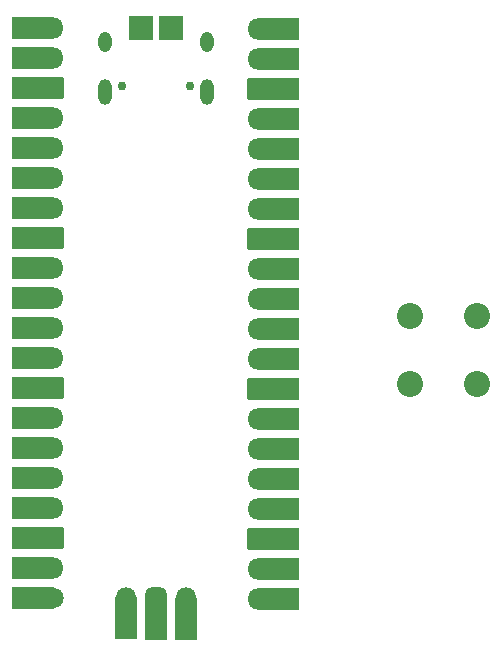
<source format=gbr>
%TF.GenerationSoftware,KiCad,Pcbnew,(6.0.7-1)-1*%
%TF.CreationDate,2022-09-30T15:54:31+08:00*%
%TF.ProjectId,PicoBoot,5069636f-426f-46f7-942e-6b696361645f,REV1*%
%TF.SameCoordinates,Original*%
%TF.FileFunction,Soldermask,Bot*%
%TF.FilePolarity,Negative*%
%FSLAX46Y46*%
G04 Gerber Fmt 4.6, Leading zero omitted, Abs format (unit mm)*
G04 Created by KiCad (PCBNEW (6.0.7-1)-1) date 2022-09-30 15:54:31*
%MOMM*%
%LPD*%
G01*
G04 APERTURE LIST*
G04 Aperture macros list*
%AMRoundRect*
0 Rectangle with rounded corners*
0 $1 Rounding radius*
0 $2 $3 $4 $5 $6 $7 $8 $9 X,Y pos of 4 corners*
0 Add a 4 corners polygon primitive as box body*
4,1,4,$2,$3,$4,$5,$6,$7,$8,$9,$2,$3,0*
0 Add four circle primitives for the rounded corners*
1,1,$1+$1,$2,$3*
1,1,$1+$1,$4,$5*
1,1,$1+$1,$6,$7*
1,1,$1+$1,$8,$9*
0 Add four rect primitives between the rounded corners*
20,1,$1+$1,$2,$3,$4,$5,0*
20,1,$1+$1,$4,$5,$6,$7,0*
20,1,$1+$1,$6,$7,$8,$9,0*
20,1,$1+$1,$8,$9,$2,$3,0*%
G04 Aperture macros list end*
%ADD10O,1.802000X1.802000*%
%ADD11RoundRect,0.476000X0.425000X-0.425000X0.425000X0.425000X-0.425000X0.425000X-0.425000X-0.425000X0*%
%ADD12C,0.752000*%
%ADD13O,1.102000X2.202000*%
%ADD14O,1.102000X1.702000*%
%ADD15C,2.202000*%
%ADD16RoundRect,0.051000X0.850000X-1.750000X0.850000X1.750000X-0.850000X1.750000X-0.850000X-1.750000X0*%
%ADD17RoundRect,0.051000X1.750000X0.850000X-1.750000X0.850000X-1.750000X-0.850000X1.750000X-0.850000X0*%
%ADD18RoundRect,0.051000X0.850000X0.850000X-0.850000X0.850000X-0.850000X-0.850000X0.850000X-0.850000X0*%
%ADD19C,1.802000*%
%ADD20RoundRect,0.051000X-1.750000X-0.850000X1.750000X-0.850000X1.750000X0.850000X-1.750000X0.850000X0*%
%ADD21RoundRect,0.051000X-0.850000X-0.850000X0.850000X-0.850000X0.850000X0.850000X-0.850000X0.850000X0*%
%ADD22RoundRect,0.051000X-1.000000X-1.000000X1.000000X-1.000000X1.000000X1.000000X-1.000000X1.000000X0*%
G04 APERTURE END LIST*
D10*
%TO.C,J5*%
X101100000Y-106900000D03*
D11*
X103640000Y-106900000D03*
D10*
X106180000Y-106900000D03*
%TD*%
D12*
%TO.C,USB1*%
X106540000Y-63475000D03*
X100760000Y-63475000D03*
D13*
X107970000Y-64005000D03*
D14*
X99330000Y-59825000D03*
X107970000Y-59825000D03*
D13*
X99330000Y-64005000D03*
%TD*%
D15*
%TO.C,H4\u002CH3\u002CH1\u002CH2*%
X130850000Y-88725000D03*
%TD*%
%TO.C,H3*%
X130850000Y-82975000D03*
%TD*%
D16*
%TO.C,*%
X101100000Y-108550000D03*
%TD*%
%TO.C,*%
X103650000Y-108650000D03*
%TD*%
%TO.C,*%
X106200000Y-108625000D03*
%TD*%
D15*
%TO.C,H1*%
X125100000Y-82975000D03*
%TD*%
%TO.C,H2*%
X125100000Y-88725000D03*
%TD*%
D17*
%TO.C,J4*%
X113970000Y-58700000D03*
D10*
X112270000Y-58700000D03*
D17*
X113970000Y-61240000D03*
D10*
X112270000Y-61240000D03*
D18*
X112270000Y-63780000D03*
D17*
X113970000Y-63780000D03*
X113970000Y-66320000D03*
D10*
X112270000Y-66320000D03*
X112270000Y-68860000D03*
D17*
X113970000Y-68860000D03*
D10*
X112270000Y-71400000D03*
D17*
X113970000Y-71400000D03*
D10*
X112270000Y-73940000D03*
D17*
X113970000Y-73940000D03*
D18*
X112270000Y-76480000D03*
D17*
X113970000Y-76480000D03*
X113970000Y-79020000D03*
D10*
X112270000Y-79020000D03*
X112270000Y-81560000D03*
D17*
X113970000Y-81560000D03*
D10*
X112270000Y-84100000D03*
D17*
X113970000Y-84100000D03*
X113970000Y-86640000D03*
D10*
X112270000Y-86640000D03*
D18*
X112270000Y-89180000D03*
D17*
X113970000Y-89180000D03*
D10*
X112270000Y-91720000D03*
D17*
X113970000Y-91720000D03*
D10*
X112270000Y-94260000D03*
D17*
X113970000Y-94260000D03*
D10*
X112270000Y-96800000D03*
D17*
X113970000Y-96800000D03*
X113970000Y-99340000D03*
D10*
X112270000Y-99340000D03*
D18*
X112270000Y-101880000D03*
D17*
X113970000Y-101880000D03*
X113970000Y-104420000D03*
D10*
X112270000Y-104420000D03*
D17*
X113970000Y-106960000D03*
D10*
X112270000Y-106960000D03*
%TD*%
D19*
%TO.C,J3*%
X94950000Y-106900000D03*
D20*
X93250000Y-106900000D03*
D10*
X94950000Y-104360000D03*
D20*
X93250000Y-104360000D03*
X93250000Y-101820000D03*
D21*
X94950000Y-101820000D03*
D10*
X94950000Y-99280000D03*
D20*
X93250000Y-99280000D03*
D10*
X94950000Y-96740000D03*
D20*
X93250000Y-96740000D03*
D10*
X94950000Y-94200000D03*
D20*
X93250000Y-94200000D03*
D10*
X94950000Y-91660000D03*
D20*
X93240000Y-91660000D03*
X93250000Y-89120000D03*
D21*
X94950000Y-89120000D03*
D10*
X94950000Y-86580000D03*
D20*
X93250000Y-86580000D03*
D10*
X94950000Y-84040000D03*
D20*
X93250000Y-84040000D03*
X93250000Y-81500000D03*
D10*
X94950000Y-81500000D03*
X94950000Y-78960000D03*
D20*
X93260000Y-78960000D03*
X93250000Y-76420000D03*
D21*
X94950000Y-76420000D03*
D20*
X93250000Y-73880000D03*
D10*
X94950000Y-73880000D03*
D20*
X93250000Y-71340000D03*
D10*
X94950000Y-71340000D03*
X94950000Y-68800000D03*
D20*
X93250000Y-68800000D03*
D10*
X94950000Y-66260000D03*
D20*
X93250000Y-66250000D03*
D21*
X94950000Y-63720000D03*
D20*
X93250000Y-63720000D03*
D10*
X94950000Y-61180000D03*
D20*
X93250000Y-61170000D03*
X93250000Y-58640000D03*
D10*
X94950000Y-58640000D03*
%TD*%
D22*
%TO.C,TP1\u002CTP2*%
X102400000Y-58625000D03*
%TD*%
%TO.C,TP2*%
X104900000Y-58625000D03*
%TD*%
M02*

</source>
